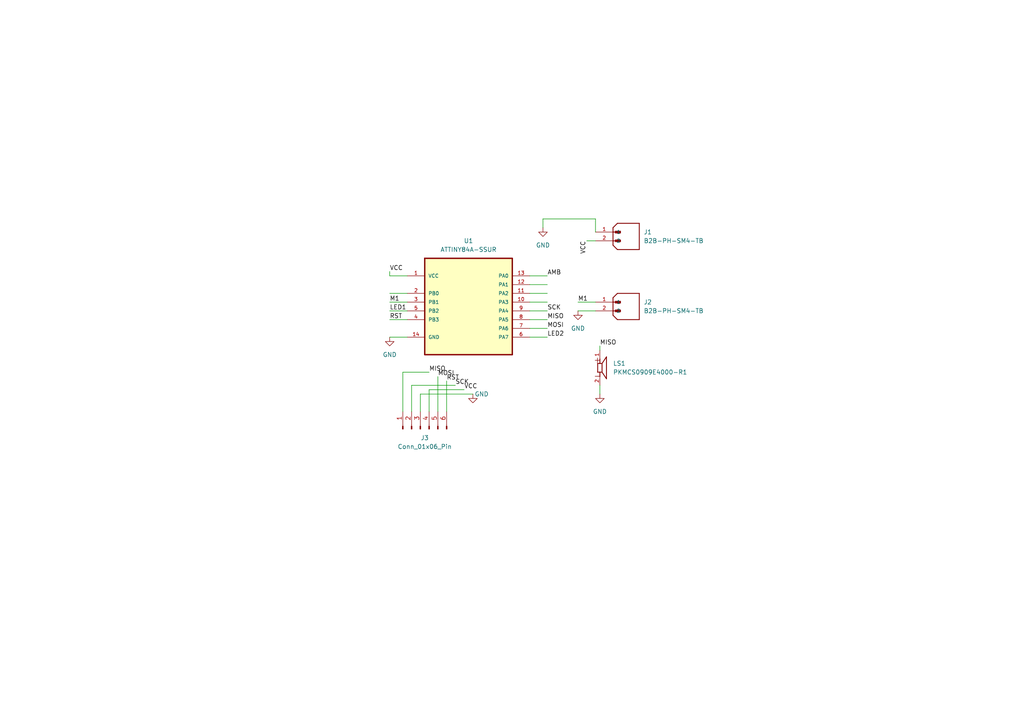
<source format=kicad_sch>
(kicad_sch (version 20230121) (generator eeschema)

  (uuid 94253f1c-f5f5-4d01-a40d-5fc11f8d42e4)

  (paper "A4")

  (lib_symbols
    (symbol "Connector:Conn_01x06_Pin" (pin_names (offset 1.016) hide) (in_bom yes) (on_board yes)
      (property "Reference" "J" (at 0 7.62 0)
        (effects (font (size 1.27 1.27)))
      )
      (property "Value" "Conn_01x06_Pin" (at 0 -10.16 0)
        (effects (font (size 1.27 1.27)))
      )
      (property "Footprint" "" (at 0 0 0)
        (effects (font (size 1.27 1.27)) hide)
      )
      (property "Datasheet" "~" (at 0 0 0)
        (effects (font (size 1.27 1.27)) hide)
      )
      (property "ki_locked" "" (at 0 0 0)
        (effects (font (size 1.27 1.27)))
      )
      (property "ki_keywords" "connector" (at 0 0 0)
        (effects (font (size 1.27 1.27)) hide)
      )
      (property "ki_description" "Generic connector, single row, 01x06, script generated" (at 0 0 0)
        (effects (font (size 1.27 1.27)) hide)
      )
      (property "ki_fp_filters" "Connector*:*_1x??_*" (at 0 0 0)
        (effects (font (size 1.27 1.27)) hide)
      )
      (symbol "Conn_01x06_Pin_1_1"
        (polyline
          (pts
            (xy 1.27 -7.62)
            (xy 0.8636 -7.62)
          )
          (stroke (width 0.1524) (type default))
          (fill (type none))
        )
        (polyline
          (pts
            (xy 1.27 -5.08)
            (xy 0.8636 -5.08)
          )
          (stroke (width 0.1524) (type default))
          (fill (type none))
        )
        (polyline
          (pts
            (xy 1.27 -2.54)
            (xy 0.8636 -2.54)
          )
          (stroke (width 0.1524) (type default))
          (fill (type none))
        )
        (polyline
          (pts
            (xy 1.27 0)
            (xy 0.8636 0)
          )
          (stroke (width 0.1524) (type default))
          (fill (type none))
        )
        (polyline
          (pts
            (xy 1.27 2.54)
            (xy 0.8636 2.54)
          )
          (stroke (width 0.1524) (type default))
          (fill (type none))
        )
        (polyline
          (pts
            (xy 1.27 5.08)
            (xy 0.8636 5.08)
          )
          (stroke (width 0.1524) (type default))
          (fill (type none))
        )
        (rectangle (start 0.8636 -7.493) (end 0 -7.747)
          (stroke (width 0.1524) (type default))
          (fill (type outline))
        )
        (rectangle (start 0.8636 -4.953) (end 0 -5.207)
          (stroke (width 0.1524) (type default))
          (fill (type outline))
        )
        (rectangle (start 0.8636 -2.413) (end 0 -2.667)
          (stroke (width 0.1524) (type default))
          (fill (type outline))
        )
        (rectangle (start 0.8636 0.127) (end 0 -0.127)
          (stroke (width 0.1524) (type default))
          (fill (type outline))
        )
        (rectangle (start 0.8636 2.667) (end 0 2.413)
          (stroke (width 0.1524) (type default))
          (fill (type outline))
        )
        (rectangle (start 0.8636 5.207) (end 0 4.953)
          (stroke (width 0.1524) (type default))
          (fill (type outline))
        )
        (pin passive line (at 5.08 5.08 180) (length 3.81)
          (name "Pin_1" (effects (font (size 1.27 1.27))))
          (number "1" (effects (font (size 1.27 1.27))))
        )
        (pin passive line (at 5.08 2.54 180) (length 3.81)
          (name "Pin_2" (effects (font (size 1.27 1.27))))
          (number "2" (effects (font (size 1.27 1.27))))
        )
        (pin passive line (at 5.08 0 180) (length 3.81)
          (name "Pin_3" (effects (font (size 1.27 1.27))))
          (number "3" (effects (font (size 1.27 1.27))))
        )
        (pin passive line (at 5.08 -2.54 180) (length 3.81)
          (name "Pin_4" (effects (font (size 1.27 1.27))))
          (number "4" (effects (font (size 1.27 1.27))))
        )
        (pin passive line (at 5.08 -5.08 180) (length 3.81)
          (name "Pin_5" (effects (font (size 1.27 1.27))))
          (number "5" (effects (font (size 1.27 1.27))))
        )
        (pin passive line (at 5.08 -7.62 180) (length 3.81)
          (name "Pin_6" (effects (font (size 1.27 1.27))))
          (number "6" (effects (font (size 1.27 1.27))))
        )
      )
    )
    (symbol "New_Library:ATTINY84A-SSUR" (pin_names (offset 1.016)) (in_bom yes) (on_board yes)
      (property "Reference" "U" (at -5.7181 12.5037 0)
        (effects (font (size 1.27 1.27)) (justify left bottom))
      )
      (property "Value" "ATTINY84A-SSUR" (at -4.0465 -22.2429 0)
        (effects (font (size 1.27 1.27)) (justify left bottom))
      )
      (property "Footprint" "ATTINY84A-SSUR:SOIC127P600X175-14N" (at 0 0 0)
        (effects (font (size 1.27 1.27)) (justify bottom) hide)
      )
      (property "Datasheet" "" (at 0 0 0)
        (effects (font (size 1.27 1.27)) hide)
      )
      (property "MPN" "ATTINY84A-SSUR" (at 0 0 0)
        (effects (font (size 1.27 1.27)) (justify bottom) hide)
      )
      (property "OC_FARNELL" "1636955" (at 0 0 0)
        (effects (font (size 1.27 1.27)) (justify bottom) hide)
      )
      (property "OC_NEWARK" "03P2040" (at 0 0 0)
        (effects (font (size 1.27 1.27)) (justify bottom) hide)
      )
      (property "SUPPLIER" "Atmel" (at 0 0 0)
        (effects (font (size 1.27 1.27)) (justify bottom) hide)
      )
      (property "PACKAGE" "SOIC-14" (at 0 0 0)
        (effects (font (size 1.27 1.27)) (justify bottom) hide)
      )
      (symbol "ATTINY84A-SSUR_0_0"
        (rectangle (start -12.7 -17.78) (end 12.7 10.16)
          (stroke (width 0.4064) (type default))
          (fill (type background))
        )
        (pin power_in line (at -17.78 5.08 0) (length 5.08)
          (name "VCC" (effects (font (size 1.016 1.016))))
          (number "1" (effects (font (size 1.016 1.016))))
        )
        (pin bidirectional line (at 17.78 -2.54 180) (length 5.08)
          (name "PA3" (effects (font (size 1.016 1.016))))
          (number "10" (effects (font (size 1.016 1.016))))
        )
        (pin bidirectional line (at 17.78 0 180) (length 5.08)
          (name "PA2" (effects (font (size 1.016 1.016))))
          (number "11" (effects (font (size 1.016 1.016))))
        )
        (pin bidirectional line (at 17.78 2.54 180) (length 5.08)
          (name "PA1" (effects (font (size 1.016 1.016))))
          (number "12" (effects (font (size 1.016 1.016))))
        )
        (pin bidirectional line (at 17.78 5.08 180) (length 5.08)
          (name "PA0" (effects (font (size 1.016 1.016))))
          (number "13" (effects (font (size 1.016 1.016))))
        )
        (pin passive line (at -17.78 -12.7 0) (length 5.08)
          (name "GND" (effects (font (size 1.016 1.016))))
          (number "14" (effects (font (size 1.016 1.016))))
        )
        (pin bidirectional line (at -17.78 0 0) (length 5.08)
          (name "PB0" (effects (font (size 1.016 1.016))))
          (number "2" (effects (font (size 1.016 1.016))))
        )
        (pin bidirectional line (at -17.78 -2.54 0) (length 5.08)
          (name "PB1" (effects (font (size 1.016 1.016))))
          (number "3" (effects (font (size 1.016 1.016))))
        )
        (pin bidirectional line (at -17.78 -7.62 0) (length 5.08)
          (name "PB3" (effects (font (size 1.016 1.016))))
          (number "4" (effects (font (size 1.016 1.016))))
        )
        (pin bidirectional line (at -17.78 -5.08 0) (length 5.08)
          (name "PB2" (effects (font (size 1.016 1.016))))
          (number "5" (effects (font (size 1.016 1.016))))
        )
        (pin bidirectional line (at 17.78 -12.7 180) (length 5.08)
          (name "PA7" (effects (font (size 1.016 1.016))))
          (number "6" (effects (font (size 1.016 1.016))))
        )
        (pin bidirectional line (at 17.78 -10.16 180) (length 5.08)
          (name "PA6" (effects (font (size 1.016 1.016))))
          (number "7" (effects (font (size 1.016 1.016))))
        )
        (pin bidirectional line (at 17.78 -7.62 180) (length 5.08)
          (name "PA5" (effects (font (size 1.016 1.016))))
          (number "8" (effects (font (size 1.016 1.016))))
        )
        (pin bidirectional line (at 17.78 -5.08 180) (length 5.08)
          (name "PA4" (effects (font (size 1.016 1.016))))
          (number "9" (effects (font (size 1.016 1.016))))
        )
      )
    )
    (symbol "New_Library:B2B-PH-SM4-TB" (pin_names (offset 1.016)) (in_bom yes) (on_board yes)
      (property "Reference" "J" (at 0 6.35 0)
        (effects (font (size 1.27 1.27)) (justify left bottom))
      )
      (property "Value" "B2B-PH-SM4-TB" (at 0 -5.08 0)
        (effects (font (size 1.27 1.27)) (justify left bottom))
      )
      (property "Footprint" "B2B-PH-SM4-TB:JST_B2B-PH-SM4-TB" (at 0 0 0)
        (effects (font (size 1.27 1.27)) (justify bottom) hide)
      )
      (property "Datasheet" "" (at 0 0 0)
        (effects (font (size 1.27 1.27)) hide)
      )
      (property "PARTREV" "N/A" (at 0 0 0)
        (effects (font (size 1.27 1.27)) (justify bottom) hide)
      )
      (property "MANUFACTURER" "JST" (at 0 0 0)
        (effects (font (size 1.27 1.27)) (justify bottom) hide)
      )
      (property "MAXIMUM_PACKAGE_HEIGHT" "6.6 mm" (at 0 0 0)
        (effects (font (size 1.27 1.27)) (justify bottom) hide)
      )
      (property "STANDARD" "Manufacturer Recommendations" (at 0 0 0)
        (effects (font (size 1.27 1.27)) (justify bottom) hide)
      )
      (symbol "B2B-PH-SM4-TB_0_0"
        (polyline
          (pts
            (xy 0 -1.27)
            (xy 1.27 -2.54)
          )
          (stroke (width 0.254) (type default))
          (fill (type none))
        )
        (polyline
          (pts
            (xy 0 0)
            (xy 1.905 0)
          )
          (stroke (width 0.254) (type default))
          (fill (type none))
        )
        (polyline
          (pts
            (xy 0 2.54)
            (xy 0 -1.27)
          )
          (stroke (width 0.254) (type default))
          (fill (type none))
        )
        (polyline
          (pts
            (xy 0 2.54)
            (xy 1.905 2.54)
          )
          (stroke (width 0.254) (type default))
          (fill (type none))
        )
        (polyline
          (pts
            (xy 0 3.81)
            (xy 0 2.54)
          )
          (stroke (width 0.254) (type default))
          (fill (type none))
        )
        (polyline
          (pts
            (xy 0 3.81)
            (xy 1.27 5.08)
          )
          (stroke (width 0.254) (type default))
          (fill (type none))
        )
        (polyline
          (pts
            (xy 1.27 -2.54)
            (xy 7.62 -2.54)
          )
          (stroke (width 0.254) (type default))
          (fill (type none))
        )
        (polyline
          (pts
            (xy 7.62 -2.54)
            (xy 7.62 5.08)
          )
          (stroke (width 0.254) (type default))
          (fill (type none))
        )
        (polyline
          (pts
            (xy 7.62 5.08)
            (xy 1.27 5.08)
          )
          (stroke (width 0.254) (type default))
          (fill (type none))
        )
        (rectangle (start 0.635 -0.3175) (end 2.2225 0.3175)
          (stroke (width 0.1) (type default))
          (fill (type outline))
        )
        (rectangle (start 0.635 2.2225) (end 2.2225 2.8575)
          (stroke (width 0.1) (type default))
          (fill (type outline))
        )
        (pin passive line (at -5.08 2.54 0) (length 5.08)
          (name "1" (effects (font (size 1.016 1.016))))
          (number "1" (effects (font (size 1.016 1.016))))
        )
        (pin passive line (at -5.08 0 0) (length 5.08)
          (name "2" (effects (font (size 1.016 1.016))))
          (number "2" (effects (font (size 1.016 1.016))))
        )
      )
    )
    (symbol "New_Library:PKMCS0909E4000-R1" (pin_names (offset 1.016)) (in_bom yes) (on_board yes)
      (property "Reference" "LS" (at -3.82 8.9133 0)
        (effects (font (size 1.27 1.27)) (justify left bottom))
      )
      (property "Value" "PKMCS0909E4000-R1" (at -3.823 -11.469 0)
        (effects (font (size 1.27 1.27)) (justify left bottom))
      )
      (property "Footprint" "PKMCS0909E4000-R1:SPKR_PKMCS0909E4000-R1" (at 0 0 0)
        (effects (font (size 1.27 1.27)) (justify bottom) hide)
      )
      (property "Datasheet" "" (at 0 0 0)
        (effects (font (size 1.27 1.27)) hide)
      )
      (property "PARTREV" "May 22, 2020" (at 0 0 0)
        (effects (font (size 1.27 1.27)) (justify bottom) hide)
      )
      (property "MANUFACTURER" "Murata Electronics" (at 0 0 0)
        (effects (font (size 1.27 1.27)) (justify bottom) hide)
      )
      (property "MAXIMUM_PACKAGE_HEIGHT" "1.9 mm" (at 0 0 0)
        (effects (font (size 1.27 1.27)) (justify bottom) hide)
      )
      (property "STANDARD" "Manufacturer Recommendations" (at 0 0 0)
        (effects (font (size 1.27 1.27)) (justify bottom) hide)
      )
      (symbol "PKMCS0909E4000-R1_0_0"
        (polyline
          (pts
            (xy -0.635 -1.27)
            (xy -0.635 1.27)
          )
          (stroke (width 0.254) (type default))
          (fill (type none))
        )
        (polyline
          (pts
            (xy -0.635 1.27)
            (xy 0 1.27)
          )
          (stroke (width 0.254) (type default))
          (fill (type none))
        )
        (polyline
          (pts
            (xy 0 -1.27)
            (xy -0.635 -1.27)
          )
          (stroke (width 0.254) (type default))
          (fill (type none))
        )
        (polyline
          (pts
            (xy 0 -1.27)
            (xy 0 -2.54)
          )
          (stroke (width 0.254) (type default))
          (fill (type none))
        )
        (polyline
          (pts
            (xy 0 1.27)
            (xy 0 2.54)
          )
          (stroke (width 0.254) (type default))
          (fill (type none))
        )
        (polyline
          (pts
            (xy 0 1.27)
            (xy 0.635 1.27)
          )
          (stroke (width 0.254) (type default))
          (fill (type none))
        )
        (polyline
          (pts
            (xy 0.635 -1.27)
            (xy 0 -1.27)
          )
          (stroke (width 0.254) (type default))
          (fill (type none))
        )
        (polyline
          (pts
            (xy 0.635 1.27)
            (xy 0.635 -1.27)
          )
          (stroke (width 0.254) (type default))
          (fill (type none))
        )
        (polyline
          (pts
            (xy 0.635 1.27)
            (xy 1.905 3.175)
          )
          (stroke (width 0.254) (type default))
          (fill (type none))
        )
        (polyline
          (pts
            (xy 1.905 -3.175)
            (xy 0.635 -1.27)
          )
          (stroke (width 0.254) (type default))
          (fill (type none))
        )
        (polyline
          (pts
            (xy 1.905 3.175)
            (xy 1.905 -3.175)
          )
          (stroke (width 0.254) (type default))
          (fill (type none))
        )
        (text "+" (at -1.905 1.27 0)
          (effects (font (size 1.778 1.778)) (justify left bottom))
        )
        (text "-" (at -1.905 -1.27 0)
          (effects (font (size 1.778 1.778)) (justify left top))
        )
        (pin passive line (at 0 5.08 270) (length 2.54)
          (name "~" (effects (font (size 1.016 1.016))))
          (number "1" (effects (font (size 1.016 1.016))))
        )
        (pin passive line (at 0 -5.08 90) (length 2.54)
          (name "~" (effects (font (size 1.016 1.016))))
          (number "2" (effects (font (size 1.016 1.016))))
        )
      )
    )
    (symbol "power:GND" (power) (pin_names (offset 0)) (in_bom yes) (on_board yes)
      (property "Reference" "#PWR" (at 0 -6.35 0)
        (effects (font (size 1.27 1.27)) hide)
      )
      (property "Value" "GND" (at 0 -3.81 0)
        (effects (font (size 1.27 1.27)))
      )
      (property "Footprint" "" (at 0 0 0)
        (effects (font (size 1.27 1.27)) hide)
      )
      (property "Datasheet" "" (at 0 0 0)
        (effects (font (size 1.27 1.27)) hide)
      )
      (property "ki_keywords" "global power" (at 0 0 0)
        (effects (font (size 1.27 1.27)) hide)
      )
      (property "ki_description" "Power symbol creates a global label with name \"GND\" , ground" (at 0 0 0)
        (effects (font (size 1.27 1.27)) hide)
      )
      (symbol "GND_0_1"
        (polyline
          (pts
            (xy 0 0)
            (xy 0 -1.27)
            (xy 1.27 -1.27)
            (xy 0 -2.54)
            (xy -1.27 -1.27)
            (xy 0 -1.27)
          )
          (stroke (width 0) (type default))
          (fill (type none))
        )
      )
      (symbol "GND_1_1"
        (pin power_in line (at 0 0 270) (length 0) hide
          (name "GND" (effects (font (size 1.27 1.27))))
          (number "1" (effects (font (size 1.27 1.27))))
        )
      )
    )
  )


  (wire (pts (xy 157.48 63.5) (xy 172.72 63.5))
    (stroke (width 0) (type default))
    (uuid 01927979-35b4-44f5-b1ab-6a8961bcd43d)
  )
  (wire (pts (xy 173.99 100.33) (xy 173.99 101.6))
    (stroke (width 0) (type default))
    (uuid 027142d9-459c-4dee-b5c9-78b44060ee13)
  )
  (wire (pts (xy 172.72 63.5) (xy 172.72 67.31))
    (stroke (width 0) (type default))
    (uuid 02c0d21e-5b0a-4960-bdd2-80637b04803d)
  )
  (wire (pts (xy 153.67 95.25) (xy 158.75 95.25))
    (stroke (width 0) (type default))
    (uuid 033d9321-5b31-4883-b6a5-3e8321e6fc8d)
  )
  (wire (pts (xy 113.03 92.71) (xy 118.11 92.71))
    (stroke (width 0) (type default))
    (uuid 072de5de-1cd7-486d-99d6-cde35e79bbbe)
  )
  (wire (pts (xy 170.18 69.85) (xy 172.72 69.85))
    (stroke (width 0) (type default))
    (uuid 0e74e66c-52d3-4ecd-893f-884247cc0347)
  )
  (wire (pts (xy 113.03 85.09) (xy 118.11 85.09))
    (stroke (width 0) (type default))
    (uuid 3336cf84-6ec2-4d85-bda6-70e17baf5286)
  )
  (wire (pts (xy 167.64 87.63) (xy 172.72 87.63))
    (stroke (width 0) (type default))
    (uuid 39eec4ec-18bd-4884-ab06-9c6fbc954b53)
  )
  (wire (pts (xy 157.48 66.04) (xy 157.48 63.5))
    (stroke (width 0) (type default))
    (uuid 3f2cd7f6-9111-4151-af71-840849550063)
  )
  (wire (pts (xy 113.03 97.79) (xy 118.11 97.79))
    (stroke (width 0) (type default))
    (uuid 500486bb-8343-4ece-ac7a-e03db9e25de4)
  )
  (wire (pts (xy 124.46 113.03) (xy 124.46 119.38))
    (stroke (width 0) (type default))
    (uuid 52082b3e-fa7f-4b3d-a6b2-195938c31ead)
  )
  (wire (pts (xy 121.92 119.38) (xy 121.92 114.3))
    (stroke (width 0) (type default))
    (uuid 5cb54381-5f51-449f-bddf-fc290457df48)
  )
  (wire (pts (xy 153.67 80.01) (xy 158.75 80.01))
    (stroke (width 0) (type default))
    (uuid 5ecd5ee6-952c-4ea8-afb6-5d2e388ee270)
  )
  (wire (pts (xy 153.67 90.17) (xy 158.75 90.17))
    (stroke (width 0) (type default))
    (uuid 609b234e-0739-45cb-af30-be4e9affb122)
  )
  (wire (pts (xy 153.67 82.55) (xy 158.75 82.55))
    (stroke (width 0) (type default))
    (uuid 64420692-c8ac-4e5a-be0d-20f13bc094cf)
  )
  (wire (pts (xy 173.99 111.76) (xy 173.99 114.3))
    (stroke (width 0) (type default))
    (uuid 646c27c9-6017-4f20-8c52-8e59162639ad)
  )
  (wire (pts (xy 113.03 90.17) (xy 118.11 90.17))
    (stroke (width 0) (type default))
    (uuid 6852d491-1db9-4d86-b637-ceb1630039bc)
  )
  (wire (pts (xy 113.03 80.01) (xy 118.11 80.01))
    (stroke (width 0) (type default))
    (uuid 68cb0022-97d9-466c-a0e4-b68927f74665)
  )
  (wire (pts (xy 121.92 114.3) (xy 137.16 114.3))
    (stroke (width 0) (type default))
    (uuid 74f6795f-a07e-4ff7-bc19-10e89f022386)
  )
  (wire (pts (xy 134.62 113.03) (xy 124.46 113.03))
    (stroke (width 0) (type default))
    (uuid 7ae8714a-5a0f-4380-b08b-cce6a7b00a2f)
  )
  (wire (pts (xy 153.67 87.63) (xy 158.75 87.63))
    (stroke (width 0) (type default))
    (uuid 7daa5f42-b229-429a-822d-cfa0254a78d1)
  )
  (wire (pts (xy 119.38 111.76) (xy 119.38 119.38))
    (stroke (width 0) (type default))
    (uuid 7dc1cd65-1119-4603-a482-05920d985e03)
  )
  (wire (pts (xy 127 109.22) (xy 127 119.38))
    (stroke (width 0) (type default))
    (uuid 97ade9b9-b12c-4df8-af81-0ce872526bf0)
  )
  (wire (pts (xy 129.54 110.49) (xy 129.54 119.38))
    (stroke (width 0) (type default))
    (uuid 9c1bdd05-ac3d-4733-98e8-f1115f2e47c3)
  )
  (wire (pts (xy 113.03 87.63) (xy 118.11 87.63))
    (stroke (width 0) (type default))
    (uuid 9e8d2980-a157-4c50-8f51-3a9baf506b80)
  )
  (wire (pts (xy 153.67 92.71) (xy 158.75 92.71))
    (stroke (width 0) (type default))
    (uuid b2ac17b1-9bb6-41d8-aa2c-6fa3dc6a8821)
  )
  (wire (pts (xy 153.67 97.79) (xy 158.75 97.79))
    (stroke (width 0) (type default))
    (uuid b8d9535c-d544-4fce-b526-bbd26314d2e1)
  )
  (wire (pts (xy 153.67 85.09) (xy 158.75 85.09))
    (stroke (width 0) (type default))
    (uuid bbe22684-7b31-43a3-954b-f52a8b89c173)
  )
  (wire (pts (xy 113.03 78.74) (xy 113.03 80.01))
    (stroke (width 0) (type default))
    (uuid c1c7f008-c03d-4230-aba1-9827c1ccae4e)
  )
  (wire (pts (xy 167.64 90.17) (xy 172.72 90.17))
    (stroke (width 0) (type default))
    (uuid c48c4d6a-140f-485c-8312-9a3330df7fef)
  )
  (wire (pts (xy 116.84 107.95) (xy 124.46 107.95))
    (stroke (width 0) (type default))
    (uuid e475ca8f-f06e-4622-9c52-08faafffbe1f)
  )
  (wire (pts (xy 132.08 111.76) (xy 119.38 111.76))
    (stroke (width 0) (type default))
    (uuid e87a6619-4571-498b-ad2f-21ef621bc6ea)
  )
  (wire (pts (xy 116.84 119.38) (xy 116.84 107.95))
    (stroke (width 0) (type default))
    (uuid ea841b0c-dd73-4c25-94e1-818a6f0ae2d5)
  )

  (label "MOSI" (at 158.75 95.25 0) (fields_autoplaced)
    (effects (font (size 1.27 1.27)) (justify left bottom))
    (uuid 0fed02bc-bca3-4bf1-a638-5bd5b576d126)
  )
  (label "M1" (at 167.64 87.63 0) (fields_autoplaced)
    (effects (font (size 1.27 1.27)) (justify left bottom))
    (uuid 123837e1-2488-4d26-9af4-46a1d70a2d12)
  )
  (label "RST" (at 113.03 92.71 0) (fields_autoplaced)
    (effects (font (size 1.27 1.27)) (justify left bottom))
    (uuid 15247fc1-23c7-4881-a528-2df9ffa7792b)
  )
  (label "MISO" (at 124.46 107.95 0) (fields_autoplaced)
    (effects (font (size 1.27 1.27)) (justify left bottom))
    (uuid 228ef959-a3bf-420d-98d6-31879292aa90)
  )
  (label "SCK" (at 132.08 111.76 0) (fields_autoplaced)
    (effects (font (size 1.27 1.27)) (justify left bottom))
    (uuid 36faaba7-f1f5-47b9-8418-2e3bb51e4f30)
  )
  (label "AMB" (at 158.75 80.01 0) (fields_autoplaced)
    (effects (font (size 1.27 1.27)) (justify left bottom))
    (uuid 624dc287-33bf-4495-866b-ad50ac6ac36d)
  )
  (label "MISO" (at 173.99 100.33 0) (fields_autoplaced)
    (effects (font (size 1.27 1.27)) (justify left bottom))
    (uuid 734d3c40-ed4f-4fb4-885b-228aea20f37e)
  )
  (label "VCC" (at 113.03 78.74 0) (fields_autoplaced)
    (effects (font (size 1.27 1.27)) (justify left bottom))
    (uuid 8fbc5bcb-440a-4ebb-b7ce-52711de1dcaa)
  )
  (label "MISO" (at 158.75 92.71 0) (fields_autoplaced)
    (effects (font (size 1.27 1.27)) (justify left bottom))
    (uuid a46d71c2-d545-4277-9be5-ae0fa8e07128)
  )
  (label "VCC" (at 170.18 69.85 270) (fields_autoplaced)
    (effects (font (size 1.27 1.27)) (justify right bottom))
    (uuid b4b6e683-a740-4445-9afb-4a5868d6e0ec)
  )
  (label "LED2" (at 158.75 97.79 0) (fields_autoplaced)
    (effects (font (size 1.27 1.27)) (justify left bottom))
    (uuid bb35bc39-f20e-4023-b5dc-211c473c976a)
  )
  (label "MOSI" (at 127 109.22 0) (fields_autoplaced)
    (effects (font (size 1.27 1.27)) (justify left bottom))
    (uuid ceb451e8-8131-40fd-95b6-c48f88a2650b)
  )
  (label "LED1" (at 113.03 90.17 0) (fields_autoplaced)
    (effects (font (size 1.27 1.27)) (justify left bottom))
    (uuid cfca7f1a-dff7-4da7-9685-e22e5beb10b0)
  )
  (label "RST" (at 129.54 110.49 0) (fields_autoplaced)
    (effects (font (size 1.27 1.27)) (justify left bottom))
    (uuid d26e8c7e-7415-4c39-9833-d95a087633e1)
  )
  (label "M1" (at 113.03 87.63 0) (fields_autoplaced)
    (effects (font (size 1.27 1.27)) (justify left bottom))
    (uuid dd08ffea-ad53-48f2-965f-38d482e36da2)
  )
  (label "VCC" (at 134.62 113.03 0) (fields_autoplaced)
    (effects (font (size 1.27 1.27)) (justify left bottom))
    (uuid e1e900dc-27d1-4540-8fb1-acf95b757c32)
  )
  (label "SCK" (at 158.75 90.17 0) (fields_autoplaced)
    (effects (font (size 1.27 1.27)) (justify left bottom))
    (uuid f8c4ad3b-be82-468e-8732-39932bf54137)
  )

  (symbol (lib_id "power:GND") (at 173.99 114.3 0) (unit 1)
    (in_bom yes) (on_board yes) (dnp no) (fields_autoplaced)
    (uuid 3a90380d-2bad-4603-950e-ac78db62b1b4)
    (property "Reference" "#PWR03" (at 173.99 120.65 0)
      (effects (font (size 1.27 1.27)) hide)
    )
    (property "Value" "GND" (at 173.99 119.38 0)
      (effects (font (size 1.27 1.27)))
    )
    (property "Footprint" "" (at 173.99 114.3 0)
      (effects (font (size 1.27 1.27)) hide)
    )
    (property "Datasheet" "" (at 173.99 114.3 0)
      (effects (font (size 1.27 1.27)) hide)
    )
    (pin "1" (uuid fb067fe7-999f-4cee-a0e2-5f0a2b854908))
    (instances
      (project "bristleBot"
        (path "/94253f1c-f5f5-4d01-a40d-5fc11f8d42e4"
          (reference "#PWR03") (unit 1)
        )
      )
    )
  )

  (symbol (lib_id "New_Library:B2B-PH-SM4-TB") (at 177.8 90.17 0) (unit 1)
    (in_bom yes) (on_board yes) (dnp no) (fields_autoplaced)
    (uuid 4786334d-faa9-4a48-89e2-7b9f26e9898f)
    (property "Reference" "J2" (at 186.69 87.63 0)
      (effects (font (size 1.27 1.27)) (justify left))
    )
    (property "Value" "B2B-PH-SM4-TB" (at 186.69 90.17 0)
      (effects (font (size 1.27 1.27)) (justify left))
    )
    (property "Footprint" "Library:JST_B2B-PH-SM4-TB" (at 177.8 90.17 0)
      (effects (font (size 1.27 1.27)) (justify bottom) hide)
    )
    (property "Datasheet" "" (at 177.8 90.17 0)
      (effects (font (size 1.27 1.27)) hide)
    )
    (property "PARTREV" "N/A" (at 177.8 90.17 0)
      (effects (font (size 1.27 1.27)) (justify bottom) hide)
    )
    (property "MANUFACTURER" "JST" (at 177.8 90.17 0)
      (effects (font (size 1.27 1.27)) (justify bottom) hide)
    )
    (property "MAXIMUM_PACKAGE_HEIGHT" "6.6 mm" (at 177.8 90.17 0)
      (effects (font (size 1.27 1.27)) (justify bottom) hide)
    )
    (property "STANDARD" "Manufacturer Recommendations" (at 177.8 90.17 0)
      (effects (font (size 1.27 1.27)) (justify bottom) hide)
    )
    (pin "2" (uuid f1a1ef74-a1ea-48d1-8abb-d42354ab1d33))
    (pin "1" (uuid 82ee6090-f76d-4220-b185-6ff1056598a8))
    (instances
      (project "bristleBot"
        (path "/94253f1c-f5f5-4d01-a40d-5fc11f8d42e4"
          (reference "J2") (unit 1)
        )
      )
    )
  )

  (symbol (lib_id "power:GND") (at 137.16 114.3 0) (unit 1)
    (in_bom yes) (on_board yes) (dnp no)
    (uuid 53aa25b8-08cf-4f1c-b256-902cbebbc98c)
    (property "Reference" "#PWR02" (at 137.16 120.65 0)
      (effects (font (size 1.27 1.27)) hide)
    )
    (property "Value" "GND" (at 139.7 114.3 0)
      (effects (font (size 1.27 1.27)))
    )
    (property "Footprint" "" (at 137.16 114.3 0)
      (effects (font (size 1.27 1.27)) hide)
    )
    (property "Datasheet" "" (at 137.16 114.3 0)
      (effects (font (size 1.27 1.27)) hide)
    )
    (pin "1" (uuid 25a6e95f-c490-45cf-84e1-c52452dccea7))
    (instances
      (project "bristleBot"
        (path "/94253f1c-f5f5-4d01-a40d-5fc11f8d42e4"
          (reference "#PWR02") (unit 1)
        )
      )
    )
  )

  (symbol (lib_id "Connector:Conn_01x06_Pin") (at 121.92 124.46 90) (unit 1)
    (in_bom yes) (on_board yes) (dnp no) (fields_autoplaced)
    (uuid 6f8e9aee-1b00-488d-92ef-8d770be11e0e)
    (property "Reference" "J3" (at 123.19 127 90)
      (effects (font (size 1.27 1.27)))
    )
    (property "Value" "Conn_01x06_Pin" (at 123.19 129.54 90)
      (effects (font (size 1.27 1.27)))
    )
    (property "Footprint" "Connector_PinHeader_2.54mm:PinHeader_1x06_P2.54mm_Horizontal" (at 121.92 124.46 0)
      (effects (font (size 1.27 1.27)) hide)
    )
    (property "Datasheet" "~" (at 121.92 124.46 0)
      (effects (font (size 1.27 1.27)) hide)
    )
    (pin "3" (uuid 765c4982-2735-40e9-9d76-4938badb3b36))
    (pin "6" (uuid 423bf45b-813e-46ec-ae69-5ce17d4d8042))
    (pin "1" (uuid 0770955d-e276-44a5-b773-a1e8e765794f))
    (pin "2" (uuid c8dc9914-f8bc-4d88-aa9a-2928816b2e91))
    (pin "4" (uuid 2d9fd93d-3a35-472f-b958-cf0f9e843830))
    (pin "5" (uuid 23b05682-3eb0-4a75-86b4-f9f1692f1b6d))
    (instances
      (project "bristleBot"
        (path "/94253f1c-f5f5-4d01-a40d-5fc11f8d42e4"
          (reference "J3") (unit 1)
        )
      )
    )
  )

  (symbol (lib_id "New_Library:PKMCS0909E4000-R1") (at 173.99 106.68 0) (unit 1)
    (in_bom yes) (on_board yes) (dnp no) (fields_autoplaced)
    (uuid 740968d7-95ab-4efe-935d-449835f0b532)
    (property "Reference" "LS1" (at 177.8 105.41 0)
      (effects (font (size 1.27 1.27)) (justify left))
    )
    (property "Value" "PKMCS0909E4000-R1" (at 177.8 107.95 0)
      (effects (font (size 1.27 1.27)) (justify left))
    )
    (property "Footprint" "Library:SPKR_PKMCS0909E4000-R1" (at 173.99 106.68 0)
      (effects (font (size 1.27 1.27)) (justify bottom) hide)
    )
    (property "Datasheet" "" (at 173.99 106.68 0)
      (effects (font (size 1.27 1.27)) hide)
    )
    (property "PARTREV" "May 22, 2020" (at 173.99 106.68 0)
      (effects (font (size 1.27 1.27)) (justify bottom) hide)
    )
    (property "MANUFACTURER" "Murata Electronics" (at 173.99 106.68 0)
      (effects (font (size 1.27 1.27)) (justify bottom) hide)
    )
    (property "MAXIMUM_PACKAGE_HEIGHT" "1.9 mm" (at 173.99 106.68 0)
      (effects (font (size 1.27 1.27)) (justify bottom) hide)
    )
    (property "STANDARD" "Manufacturer Recommendations" (at 173.99 106.68 0)
      (effects (font (size 1.27 1.27)) (justify bottom) hide)
    )
    (pin "1" (uuid fafa66da-68d6-4a4b-af4d-0e44453522a1))
    (pin "2" (uuid 6dacf8c5-6351-47be-950f-b317b520a7a6))
    (instances
      (project "bristleBot"
        (path "/94253f1c-f5f5-4d01-a40d-5fc11f8d42e4"
          (reference "LS1") (unit 1)
        )
      )
    )
  )

  (symbol (lib_id "New_Library:ATTINY84A-SSUR") (at 135.89 85.09 0) (unit 1)
    (in_bom yes) (on_board yes) (dnp no) (fields_autoplaced)
    (uuid b5dcc487-4ec7-47a6-b9e9-83ffaca1976f)
    (property "Reference" "U1" (at 135.89 69.85 0)
      (effects (font (size 1.27 1.27)))
    )
    (property "Value" "ATTINY84A-SSUR" (at 135.89 72.39 0)
      (effects (font (size 1.27 1.27)))
    )
    (property "Footprint" "Library:SOIC127P600X175-14N" (at 135.89 85.09 0)
      (effects (font (size 1.27 1.27)) (justify bottom) hide)
    )
    (property "Datasheet" "" (at 135.89 85.09 0)
      (effects (font (size 1.27 1.27)) hide)
    )
    (property "MPN" "ATTINY84A-SSUR" (at 135.89 85.09 0)
      (effects (font (size 1.27 1.27)) (justify bottom) hide)
    )
    (property "OC_FARNELL" "1636955" (at 135.89 85.09 0)
      (effects (font (size 1.27 1.27)) (justify bottom) hide)
    )
    (property "OC_NEWARK" "03P2040" (at 135.89 85.09 0)
      (effects (font (size 1.27 1.27)) (justify bottom) hide)
    )
    (property "SUPPLIER" "Atmel" (at 135.89 85.09 0)
      (effects (font (size 1.27 1.27)) (justify bottom) hide)
    )
    (property "PACKAGE" "SOIC-14" (at 135.89 85.09 0)
      (effects (font (size 1.27 1.27)) (justify bottom) hide)
    )
    (pin "5" (uuid cfe1b1e5-1567-4dc3-ba5d-0de352b7b8d9))
    (pin "13" (uuid cb960052-8b19-43da-9272-33a4c3b2b6f3))
    (pin "14" (uuid dc878a1c-b109-4181-ad5b-fe2542fd768d))
    (pin "10" (uuid c5b941f6-33ce-4b2c-807f-94678af1ba48))
    (pin "6" (uuid d5410c7a-3dce-414e-a7bc-36773fecf912))
    (pin "11" (uuid bb5f0580-455a-4e3d-8492-de1bb234728f))
    (pin "12" (uuid 23226540-c555-4081-902b-05af73669d3b))
    (pin "2" (uuid 058ec22c-3746-4116-a55a-73b41a449e30))
    (pin "8" (uuid 4ea75ada-9680-492d-826a-73516cff36f8))
    (pin "3" (uuid 2473b9e2-cbf7-40f9-a000-bd507f309aef))
    (pin "1" (uuid fb007ae5-f1c1-4654-a758-551478ba8242))
    (pin "4" (uuid 31d790e4-0564-4610-ad87-2263719b1718))
    (pin "7" (uuid 691126cb-80eb-4141-8881-a9504b381e64))
    (pin "9" (uuid f3d255fc-9bf9-4341-b4bf-de9856ca2a97))
    (instances
      (project "bristleBot"
        (path "/94253f1c-f5f5-4d01-a40d-5fc11f8d42e4"
          (reference "U1") (unit 1)
        )
      )
    )
  )

  (symbol (lib_id "power:GND") (at 167.64 90.17 0) (unit 1)
    (in_bom yes) (on_board yes) (dnp no) (fields_autoplaced)
    (uuid c88f653c-2df4-45fb-ac17-083a2162d4ba)
    (property "Reference" "#PWR04" (at 167.64 96.52 0)
      (effects (font (size 1.27 1.27)) hide)
    )
    (property "Value" "GND" (at 167.64 95.25 0)
      (effects (font (size 1.27 1.27)))
    )
    (property "Footprint" "" (at 167.64 90.17 0)
      (effects (font (size 1.27 1.27)) hide)
    )
    (property "Datasheet" "" (at 167.64 90.17 0)
      (effects (font (size 1.27 1.27)) hide)
    )
    (pin "1" (uuid acd319fc-5c77-4dd6-9817-2283ec6eb786))
    (instances
      (project "bristleBot"
        (path "/94253f1c-f5f5-4d01-a40d-5fc11f8d42e4"
          (reference "#PWR04") (unit 1)
        )
      )
    )
  )

  (symbol (lib_id "power:GND") (at 113.03 97.79 0) (unit 1)
    (in_bom yes) (on_board yes) (dnp no) (fields_autoplaced)
    (uuid ce2f7f92-c7d1-42e4-b97c-1a54877310c3)
    (property "Reference" "#PWR05" (at 113.03 104.14 0)
      (effects (font (size 1.27 1.27)) hide)
    )
    (property "Value" "GND" (at 113.03 102.87 0)
      (effects (font (size 1.27 1.27)))
    )
    (property "Footprint" "" (at 113.03 97.79 0)
      (effects (font (size 1.27 1.27)) hide)
    )
    (property "Datasheet" "" (at 113.03 97.79 0)
      (effects (font (size 1.27 1.27)) hide)
    )
    (pin "1" (uuid b1b57113-7f42-4b34-becc-91744e125ea4))
    (instances
      (project "bristleBot"
        (path "/94253f1c-f5f5-4d01-a40d-5fc11f8d42e4"
          (reference "#PWR05") (unit 1)
        )
      )
    )
  )

  (symbol (lib_id "power:GND") (at 157.48 66.04 0) (unit 1)
    (in_bom yes) (on_board yes) (dnp no) (fields_autoplaced)
    (uuid dab55da9-b980-49ca-a24c-2b1fbc1e8614)
    (property "Reference" "#PWR01" (at 157.48 72.39 0)
      (effects (font (size 1.27 1.27)) hide)
    )
    (property "Value" "GND" (at 157.48 71.12 0)
      (effects (font (size 1.27 1.27)))
    )
    (property "Footprint" "" (at 157.48 66.04 0)
      (effects (font (size 1.27 1.27)) hide)
    )
    (property "Datasheet" "" (at 157.48 66.04 0)
      (effects (font (size 1.27 1.27)) hide)
    )
    (pin "1" (uuid 8c8c3cb7-dff8-474f-ad6c-d7708988a81d))
    (instances
      (project "bristleBot"
        (path "/94253f1c-f5f5-4d01-a40d-5fc11f8d42e4"
          (reference "#PWR01") (unit 1)
        )
      )
    )
  )

  (symbol (lib_id "New_Library:B2B-PH-SM4-TB") (at 177.8 69.85 0) (unit 1)
    (in_bom yes) (on_board yes) (dnp no) (fields_autoplaced)
    (uuid f76a7969-91a8-46e7-961c-829bbf2cdbbf)
    (property "Reference" "J1" (at 186.69 67.31 0)
      (effects (font (size 1.27 1.27)) (justify left))
    )
    (property "Value" "B2B-PH-SM4-TB" (at 186.69 69.85 0)
      (effects (font (size 1.27 1.27)) (justify left))
    )
    (property "Footprint" "Library:JST_B2B-PH-SM4-TB" (at 177.8 69.85 0)
      (effects (font (size 1.27 1.27)) (justify bottom) hide)
    )
    (property "Datasheet" "" (at 177.8 69.85 0)
      (effects (font (size 1.27 1.27)) hide)
    )
    (property "PARTREV" "N/A" (at 177.8 69.85 0)
      (effects (font (size 1.27 1.27)) (justify bottom) hide)
    )
    (property "MANUFACTURER" "JST" (at 177.8 69.85 0)
      (effects (font (size 1.27 1.27)) (justify bottom) hide)
    )
    (property "MAXIMUM_PACKAGE_HEIGHT" "6.6 mm" (at 177.8 69.85 0)
      (effects (font (size 1.27 1.27)) (justify bottom) hide)
    )
    (property "STANDARD" "Manufacturer Recommendations" (at 177.8 69.85 0)
      (effects (font (size 1.27 1.27)) (justify bottom) hide)
    )
    (pin "2" (uuid 64836913-6322-4bb2-975b-7406147b1268))
    (pin "1" (uuid 63557a44-0871-4ddb-9a26-a8ae1371a4ef))
    (instances
      (project "bristleBot"
        (path "/94253f1c-f5f5-4d01-a40d-5fc11f8d42e4"
          (reference "J1") (unit 1)
        )
      )
    )
  )

  (sheet_instances
    (path "/" (page "1"))
  )
)

</source>
